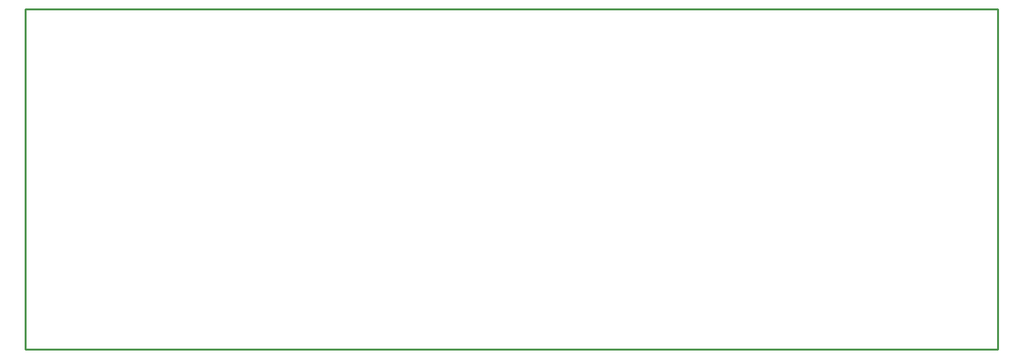
<source format=gm1>
G04*
G04 #@! TF.GenerationSoftware,Altium Limited,Altium Designer,21.6.4 (81)*
G04*
G04 Layer_Color=16711935*
%FSLAX25Y25*%
%MOIN*%
G70*
G04*
G04 #@! TF.SameCoordinates,DF6BEBB8-A918-4F7C-B8FD-E409C10D3AD1*
G04*
G04*
G04 #@! TF.FilePolarity,Positive*
G04*
G01*
G75*
%ADD10C,0.01000*%
D10*
X-80300Y167500D02*
X419700D01*
Y-7500D02*
Y167500D01*
X-80300Y-7500D02*
Y167500D01*
Y-7500D02*
X419700D01*
M02*

</source>
